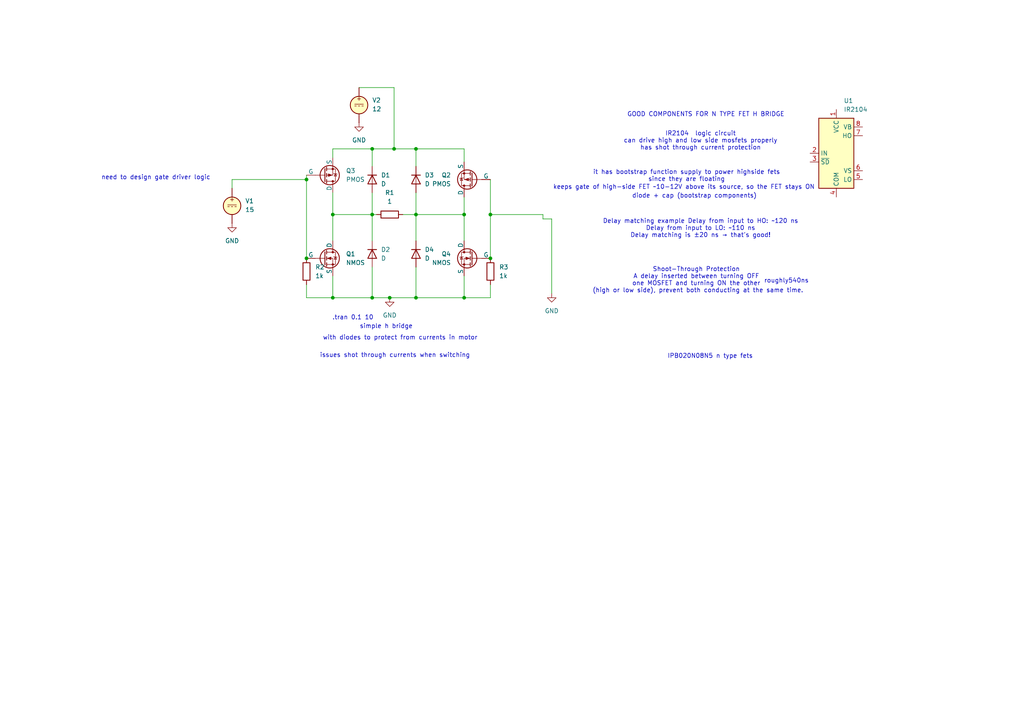
<source format=kicad_sch>
(kicad_sch (version 20250114) (generator "eeschema") (generator_version "9.0")
  (paper "A4")
  (lib_symbols
    (symbol "Device:D" (pin_numbers (hide yes)) (pin_names (offset 1.016) (hide yes))
      (property "Reference" "D" (at 0 2.54 0))
      (property "Value" "D" (at 0 -2.54 0))
      (symbol "D_0_1"
        (polyline (pts (xy -1.27 1.27) (xy -1.27 -1.27)) (stroke (width 0.254)))
        (polyline (pts (xy 1.27 1.27) (xy 1.27 -1.27) (xy -1.27 0) (xy 1.27 1.27)) (stroke (width 0.254)))
        (polyline (pts (xy 1.27 0) (xy -1.27 0)))
      )
      (symbol "D_1_1"
        (pin passive line (at -3.81 0 0) (length 2.54) (name "K") (number "1"))
        (pin passive line (at 3.81 0 180) (length 2.54) (name "A") (number "2"))
      )
    )
    (symbol "Device:R" (pin_numbers (hide yes)) (pin_names (offset 0))
      (property "Reference" "R" (at 2.032 0 90))
      (property "Value" "R" (at 0 0 90))
      (symbol "R_0_1"
        (rectangle (start -1.016 -2.54) (end 1.016 2.54) (stroke (width 0.254)))
      )
      (symbol "R_1_1"
        (pin passive line (at 0 3.81 270) (length 1.27) (name "~") (number "1"))
        (pin passive line (at 0 -3.81 90) (length 1.27) (name "~") (number "2"))
      )
    )
    (symbol "Driver_FET:IR2104"
      (property "Reference" "U" (at 1.27 13.335 0))
      (property "Value" "IR2104" (at 1.27 11.43 0))
      (symbol "IR2104_0_1"
        (rectangle (start -5.08 -10.16) (end 5.08 10.16) (stroke (width 0.254)) (fill (type background)))
      )
      (symbol "IR2104_1_1"
        (pin input line (at -7.62 0 0) (length 2.54) (name "IN") (number "2"))
        (pin input line (at -7.62 -2.54 0) (length 2.54) (name "~{SD}") (number "3"))
        (pin power_in line (at 0 12.7 270) (length 2.54) (name "VCC") (number "1"))
        (pin power_in line (at 0 -12.7 90) (length 2.54) (name "COM") (number "4"))
        (pin passive line (at 7.62 7.62 180) (length 2.54) (name "VB") (number "8"))
        (pin output line (at 7.62 5.08 180) (length 2.54) (name "HO") (number "7"))
        (pin passive line (at 7.62 -5.08 180) (length 2.54) (name "VS") (number "6"))
        (pin output line (at 7.62 -7.62 180) (length 2.54) (name "LO") (number "5"))
      )
    )
    (symbol "Simulation_SPICE:NMOS" (pin_numbers (hide yes)) (pin_names (offset 0))
      (property "Reference" "Q" (at 5.08 1.27 0))
      (property "Value" "NMOS" (at 5.08 -1.27 0))
      (symbol "NMOS_0_1"
        (polyline (pts (xy 0.254 1.905) (xy 0.254 -1.905)) (stroke (width 0.254)))
        (polyline (pts (xy 0.254 0) (xy -2.54 0)))
        (polyline (pts (xy 0.762 2.286) (xy 0.762 1.27)) (stroke (width 0.254)))
        (polyline (pts (xy 0.762 0.508) (xy 0.762 -0.508)) (stroke (width 0.254)))
        (polyline (pts (xy 0.762 -1.27) (xy 0.762 -2.286)) (stroke (width 0.254)))
        (polyline (pts (xy 0.762 -1.778) (xy 3.302 -1.778) (xy 3.302 1.778) (xy 0.762 1.778)))
        (polyline (pts (xy 1.016 0) (xy 2.032 0.381) (xy 2.032 -0.381) (xy 1.016 0)) (fill (type outline)))
        (circle (center 1.651 0) (radius 2.794) (stroke (width 0.254)))
        (polyline (pts (xy 2.54 2.54) (xy 2.54 1.778)))
        (circle (center 2.54 1.778) (radius 0.254) (fill (type outline)))
        (circle (center 2.54 -1.778) (radius 0.254) (fill (type outline)))
        (polyline (pts (xy 2.54 -2.54) (xy 2.54 0) (xy 0.762 0)))
        (polyline (pts (xy 2.794 0.508) (xy 2.921 0.381) (xy 3.683 0.381) (xy 3.81 0.254)))
        (polyline (pts (xy 3.302 0.381) (xy 2.921 -0.254) (xy 3.683 -0.254) (xy 3.302 0.381)))
      )
      (symbol "NMOS_1_1"
        (pin input line (at -5.08 0 0) (length 2.54) (name "G") (number "2"))
        (pin passive line (at 2.54 5.08 270) (length 2.54) (name "D") (number "1"))
        (pin passive line (at 2.54 -5.08 90) (length 2.54) (name "S") (number "3"))
      )
    )
    (symbol "Simulation_SPICE:PMOS" (pin_numbers (hide yes)) (pin_names (offset 0))
      (property "Reference" "Q" (at 5.08 1.27 0))
      (property "Value" "PMOS" (at 5.08 -1.27 0))
      (symbol "PMOS_0_1"
        (polyline (pts (xy 0.254 1.905) (xy 0.254 -1.905)) (stroke (width 0.254)))
        (polyline (pts (xy 0.254 0) (xy -2.54 0)))
        (polyline (pts (xy 0.762 2.286) (xy 0.762 1.27)) (stroke (width 0.254)))
        (polyline (pts (xy 0.762 1.778) (xy 3.302 1.778) (xy 3.302 -1.778) (xy 0.762 -1.778)))
        (polyline (pts (xy 0.762 0.508) (xy 0.762 -0.508)) (stroke (width 0.254)))
        (polyline (pts (xy 0.762 -1.27) (xy 0.762 -2.286)) (stroke (width 0.254)))
        (circle (center 1.651 0) (radius 2.794) (stroke (width 0.254)))
        (polyline (pts (xy 2.286 0) (xy 1.27 0.381) (xy 1.27 -0.381) (xy 2.286 0)) (fill (type outline)))
        (polyline (pts (xy 2.54 2.54) (xy 2.54 1.778)))
        (circle (center 2.54 1.778) (radius 0.254) (fill (type outline)))
        (circle (center 2.54 -1.778) (radius 0.254) (fill (type outline)))
        (polyline (pts (xy 2.54 -2.54) (xy 2.54 0) (xy 0.762 0)))
        (polyline (pts (xy 2.794 -0.508) (xy 2.921 -0.381) (xy 3.683 -0.381) (xy 3.81 -0.254)))
        (polyline (pts (xy 3.302 -0.381) (xy 2.921 0.254) (xy 3.683 0.254) (xy 3.302 -0.381)))
      )
      (symbol "PMOS_1_1"
        (pin input line (at -5.08 0 0) (length 2.54) (name "G") (number "2"))
        (pin passive line (at 2.54 5.08 270) (length 2.54) (name "D") (number "1"))
        (pin passive line (at 2.54 -5.08 90) (length 2.54) (name "S") (number "3"))
      )
    )
    (symbol "Simulation_SPICE:VDC" (pin_numbers (hide yes)) (pin_names (offset 0.0254))
      (property "Reference" "V" (at 2.54 2.54 0))
      (property "Value" "1" (at 2.54 0 0))
      (symbol "VDC_0_0"
        (polyline (pts (xy -1.27 0.254) (xy 1.27 0.254)))
        (polyline (pts (xy -0.762 -0.254) (xy -1.27 -0.254)))
        (polyline (pts (xy 0.254 -0.254) (xy -0.254 -0.254)))
        (polyline (pts (xy 1.27 -0.254) (xy 0.762 -0.254)))
        (text "+" (at 0 1.905 0) (effects (font (size 1.27 1.27))))
      )
      (symbol "VDC_0_1"
        (circle (center 0 0) (radius 2.54) (stroke (width 0.254)) (fill (type background)))
      )
      (symbol "VDC_1_1"
        (pin passive line (at 0 5.08 270) (length 2.54) (name "~") (number "1"))
        (pin passive line (at 0 -5.08 90) (length 2.54) (name "~") (number "2"))
      )
    )
    (symbol "power:GND" (power) (pin_numbers (hide yes)) (pin_names (offset 0) (hide yes))
      (property "Value" "GND" (at 0 -3.81 0))
      (symbol "GND_0_1"
        (polyline (pts (xy 0 0) (xy 0 -1.27) (xy 1.27 -1.27) (xy 0 -2.54) (xy -1.27 -1.27) (xy 0 -1.27)))
      )
      (symbol "GND_1_1"
        (pin power_in line (at 0 0 270) (length 0) (name "~") (number "1"))
      )
    )
  )
  (text "it has bootstrap function supply to power highside fets\nsince they are floating" (at 199.136 51.054 0) (effects (font (size 1.27 1.27))))
  (text "IPB020N08N5 n type fets" (at 205.994 103.378 0) (effects (font (size 1.27 1.27))))
  (text "keeps gate of high-side FET ~10-12V above its source, so the FET stays ON" (at 198.374 54.356 0) (effects (font (size 1.27 1.27))))
  (text "simple h bridge\n" (at 112.014 94.742 0) (effects (font (size 1.27 1.27))))
  (text ".tran 0.1 10" (at 102.362 92.202 0) (effects (font (size 1.27 1.27))))
  (text "roughly540ns" (at 228.092 81.534 0) (effects (font (size 1.27 1.27))))
  (text "Shoot-Through Protection \nA delay inserted between turning OFF \none MOSFET and turning ON the other \n(high or low side), prevent both conducting at the same time." (at 202.438 81.28 0) (effects (font (size 1.27 1.27))))
  (text "diode + cap (bootstrap components)" (at 201.422 56.896 0) (effects (font (size 1.27 1.27))))
  (text "issues shot through currents when switching" (at 114.554 103.124 0) (effects (font (size 1.27 1.27))))
  (text "with diodes to protect from currents in motor" (at 116.078 98.044 0) (effects (font (size 1.27 1.27))))
  (text "Delay matching example Delay from input to HO: ~120 ns\nDelay from input to LO: ~110 ns\nDelay matching is ±20 ns → that's good!\n\n" (at 203.2 67.31 0) (effects (font (size 1.27 1.27))))
  (text "GOOD COMPONENTS FOR N TYPE FET H BRIDGE" (at 204.724 33.274 0) (effects (font (size 1.27 1.27))))
  (text "IR2104  logic circuit\ncan drive high and low side mosfets properly\nhas shot through current protection" (at 203.2 40.894 0) (effects (font (size 1.27 1.27))))
  (text "need to design gate driver logic\n" (at 45.212 51.562 0) (effects (font (size 1.27 1.27))))
  (junction (at 142.24 74.93))
  (junction (at 107.95 43.18))
  (junction (at 107.95 62.23))
  (junction (at 107.95 86.36))
  (junction (at 113.03 86.36))
  (junction (at 96.52 86.36))
  (junction (at 134.62 86.36))
  (junction (at 114.3 43.18))
  (junction (at 120.65 62.23))
  (junction (at 88.9 74.93))
  (junction (at 88.9 52.07))
  (junction (at 96.52 62.23))
  (junction (at 120.65 43.18))
  (junction (at 134.62 62.23))
  (junction (at 142.24 62.23))
  (junction (at 120.65 86.36))
  (wire (pts (xy 96.52 62.23) (xy 96.52 69.85)))
  (wire (pts (xy 96.52 43.18) (xy 107.95 43.18)))
  (wire (pts (xy 142.24 52.07) (xy 142.24 62.23)))
  (wire (pts (xy 142.24 62.23) (xy 157.48 62.23)))
  (wire (pts (xy 96.52 86.36) (xy 96.52 80.01)))
  (wire (pts (xy 120.65 62.23) (xy 134.62 62.23)))
  (wire (pts (xy 107.95 62.23) (xy 107.95 69.85)))
  (wire (pts (xy 120.65 77.47) (xy 120.65 86.36)))
  (wire (pts (xy 67.31 52.07) (xy 67.31 54.61)))
  (wire (pts (xy 114.3 43.18) (xy 120.65 43.18)))
  (wire (pts (xy 107.95 62.23) (xy 109.22 62.23)))
  (wire (pts (xy 120.65 86.36) (xy 134.62 86.36)))
  (wire (pts (xy 107.95 55.88) (xy 107.95 62.23)))
  (wire (pts (xy 107.95 86.36) (xy 113.03 86.36)))
  (wire (pts (xy 142.24 82.55) (xy 142.24 86.36)))
  (wire (pts (xy 113.03 86.36) (xy 120.65 86.36)))
  (wire (pts (xy 88.9 86.36) (xy 96.52 86.36)))
  (wire (pts (xy 96.52 62.23) (xy 107.95 62.23)))
  (wire (pts (xy 160.02 63.5) (xy 160.02 85.09)))
  (wire (pts (xy 120.65 62.23) (xy 120.65 69.85)))
  (wire (pts (xy 96.52 55.88) (xy 96.52 62.23)))
  (wire (pts (xy 88.9 50.8) (xy 88.9 52.07)))
  (wire (pts (xy 116.84 62.23) (xy 120.65 62.23)))
  (wire (pts (xy 157.48 62.23) (xy 157.48 63.5)))
  (wire (pts (xy 114.3 25.4) (xy 114.3 43.18)))
  (wire (pts (xy 96.52 86.36) (xy 107.95 86.36)))
  (wire (pts (xy 107.95 43.18) (xy 107.95 48.26)))
  (wire (pts (xy 160.02 63.5) (xy 157.48 63.5)))
  (wire (pts (xy 142.24 62.23) (xy 142.24 74.93)))
  (wire (pts (xy 134.62 86.36) (xy 134.62 80.01)))
  (wire (pts (xy 142.24 86.36) (xy 134.62 86.36)))
  (wire (pts (xy 120.65 55.88) (xy 120.65 62.23)))
  (wire (pts (xy 67.31 52.07) (xy 88.9 52.07)))
  (wire (pts (xy 96.52 43.18) (xy 96.52 45.72)))
  (wire (pts (xy 104.14 25.4) (xy 114.3 25.4)))
  (wire (pts (xy 120.65 43.18) (xy 120.65 48.26)))
  (wire (pts (xy 134.62 43.18) (xy 134.62 46.99)))
  (wire (pts (xy 107.95 77.47) (xy 107.95 86.36)))
  (wire (pts (xy 88.9 82.55) (xy 88.9 86.36)))
  (wire (pts (xy 107.95 43.18) (xy 114.3 43.18)))
  (wire (pts (xy 120.65 43.18) (xy 134.62 43.18)))
  (wire (pts (xy 134.62 57.15) (xy 134.62 62.23)))
  (wire (pts (xy 88.9 52.07) (xy 88.9 74.93)))
  (wire (pts (xy 134.62 62.23) (xy 134.62 69.85)))
  (symbol (lib_id "power:GND") (at 160.02 85.09 0) (unit 1)
    (property "Reference" "#PWR04" (effects (hide yes)))
    (property "Value" "GND" (at 160.02 90.17 0))
    (property "Description" "Power symbol creates a global label with name \"GND\" , ground" (effects (hide yes)))
  )
  (symbol (lib_id "Device:D") (at 107.95 52.07 270) (unit 1)
    (property "Reference" "D1" (at 110.49 50.7999 90) (effects (justify left)))
    (property "Value" "D" (at 110.49 53.3399 90) (effects (justify left)))
    (property "Description" "Diode" (effects (hide yes)))
    (property "Sim.Device" "D" (effects (hide yes)))
    (property "Sim.Pins" "1=K 2=A" (effects (hide yes)))
  )
  (symbol (lib_id "Simulation_SPICE:PMOS") (at 93.98 50.8 0) (mirror x) (unit 1)
    (property "Reference" "Q3" (at 100.33 49.5299 0) (effects (justify left)))
    (property "Value" "PMOS" (at 100.33 52.0699 0) (effects (justify left)))
    (property "Datasheet" "https://ngspice.sourceforge.io/docs/ngspice-html-manual/manual.xhtml#cha_MOSFETs" (effects (hide yes)))
    (property "Description" "P-MOSFET transistor, drain/source/gate" (effects (hide yes)))
    (property "Sim.Device" "PMOS" (effects (hide yes)))
    (property "Sim.Type" "VDMOS" (effects (hide yes)))
    (property "Sim.Pins" "1=D 2=G 3=S" (effects (hide yes)))
  )
  (symbol (lib_id "Simulation_SPICE:VDC") (at 104.14 30.48 0) (unit 1)
    (property "Reference" "V2" (at 107.95 29.0801 0) (effects (justify left)))
    (property "Value" "12" (at 107.95 31.6201 0) (effects (justify left)))
    (property "Datasheet" "https://ngspice.sourceforge.io/docs/ngspice-html-manual/manual.xhtml#sec_Independent_Sources_for" (effects (hide yes)))
    (property "Description" "Voltage source, DC" (effects (hide yes)))
    (property "Sim.Pins" "1=+ 2=-" (effects (hide yes)))
    (property "Sim.Type" "DC" (effects (hide yes)))
    (property "Sim.Device" "V" (effects (hide yes)))
  )
  (symbol (lib_id "power:GND") (at 67.31 64.77 0) (unit 1)
    (property "Reference" "#PWR03" (effects (hide yes)))
    (property "Value" "GND" (at 67.31 69.85 0))
    (property "Description" "Power symbol creates a global label with name \"GND\" , ground" (effects (hide yes)))
  )
  (symbol (lib_id "Simulation_SPICE:VDC") (at 67.31 59.69 0) (unit 1)
    (property "Reference" "V1" (at 71.12 58.2901 0) (effects (justify left)))
    (property "Value" "15" (at 71.12 60.8301 0) (effects (justify left)))
    (property "Datasheet" "https://ngspice.sourceforge.io/docs/ngspice-html-manual/manual.xhtml#sec_Independent_Sources_for" (effects (hide yes)))
    (property "Description" "Voltage source, DC" (effects (hide yes)))
    (property "Sim.Pins" "1=+ 2=-" (effects (hide yes)))
    (property "Sim.Type" "DC" (effects (hide yes)))
    (property "Sim.Device" "V" (effects (hide yes)))
  )
  (symbol (lib_id "Device:D") (at 120.65 52.07 270) (unit 1)
    (property "Reference" "D3" (at 123.19 50.7999 90) (effects (justify left)))
    (property "Value" "D" (at 123.19 53.3399 90) (effects (justify left)))
    (property "Description" "Diode" (effects (hide yes)))
    (property "Sim.Device" "D" (effects (hide yes)))
    (property "Sim.Pins" "1=K 2=A" (effects (hide yes)))
  )
  (symbol (lib_id "Driver_FET:IR2104") (at 242.57 44.45 0) (unit 1) (exclude_from_sim yes)
    (property "Reference" "U1" (at 244.7133 29.21 0) (effects (justify left)))
    (property "Value" "IR2104" (at 244.7133 31.75 0) (effects (justify left)))
    (property "Datasheet" "https://www.infineon.com/dgdl/ir2104.pdf?fileId=5546d462533600a4015355c7c1c31671" (effects (hide yes)))
    (property "Description" "Half-Bridge Driver, 600V, 210/360mA, PDIP-8/SOIC-8" (effects (hide yes)))
  )
  (symbol (lib_id "Device:D") (at 120.65 73.66 270) (unit 1)
    (property "Reference" "D4" (at 123.19 72.3899 90) (effects (justify left)))
    (property "Value" "D" (at 123.19 74.9299 90) (effects (justify left)))
    (property "Description" "Diode" (effects (hide yes)))
    (property "Sim.Device" "D" (effects (hide yes)))
    (property "Sim.Pins" "1=K 2=A" (effects (hide yes)))
  )
  (symbol (lib_id "Simulation_SPICE:NMOS") (at 137.16 74.93 0) (mirror y) (unit 1)
    (property "Reference" "Q4" (at 130.81 73.6599 0) (effects (justify left)))
    (property "Value" "NMOS" (at 130.81 76.1999 0) (effects (justify left)))
    (property "Datasheet" "https://ngspice.sourceforge.io/docs/ngspice-html-manual/manual.xhtml#cha_MOSFETs" (effects (hide yes)))
    (property "Description" "N-MOSFET transistor, drain/source/gate" (effects (hide yes)))
    (property "Sim.Device" "NMOS" (effects (hide yes)))
    (property "Sim.Type" "VDMOS" (effects (hide yes)))
    (property "Sim.Pins" "1=D 2=G 3=S" (effects (hide yes)))
  )
  (symbol (lib_id "power:GND") (at 113.03 86.36 0) (unit 1)
    (property "Reference" "#PWR02" (effects (hide yes)))
    (property "Value" "GND" (at 113.03 91.44 0))
    (property "Description" "Power symbol creates a global label with name \"GND\" , ground" (effects (hide yes)))
  )
  (symbol (lib_id "Device:R") (at 142.24 78.74 180) (unit 1)
    (property "Reference" "R3" (at 144.78 77.4699 0) (effects (justify right)))
    (property "Value" "1k" (at 144.78 80.0099 0) (effects (justify right)))
    (property "Description" "Resistor" (effects (hide yes)))
  )
  (symbol (lib_id "Device:D") (at 107.95 73.66 270) (unit 1)
    (property "Reference" "D2" (at 110.49 72.3899 90) (effects (justify left)))
    (property "Value" "D" (at 110.49 74.9299 90) (effects (justify left)))
    (property "Description" "Diode" (effects (hide yes)))
    (property "Sim.Device" "D" (effects (hide yes)))
    (property "Sim.Pins" "1=K 2=A" (effects (hide yes)))
  )
  (symbol (lib_id "Device:R") (at 113.03 62.23 90) (unit 1)
    (property "Reference" "R1" (at 113.03 55.88 90))
    (property "Value" "1" (at 113.03 58.42 90))
    (property "Description" "Resistor" (effects (hide yes)))
  )
  (symbol (lib_id "Simulation_SPICE:PMOS") (at 137.16 52.07 180) (unit 1)
    (property "Reference" "Q2" (at 130.81 50.7999 0) (effects (justify left)))
    (property "Value" "PMOS" (at 130.81 53.3399 0) (effects (justify left)))
    (property "Datasheet" "https://ngspice.sourceforge.io/docs/ngspice-html-manual/manual.xhtml#cha_MOSFETs" (effects (hide yes)))
    (property "Description" "P-MOSFET transistor, drain/source/gate" (effects (hide yes)))
    (property "Sim.Device" "PMOS" (effects (hide yes)))
    (property "Sim.Type" "VDMOS" (effects (hide yes)))
    (property "Sim.Pins" "1=D 2=G 3=S" (effects (hide yes)))
  )
  (symbol (lib_id "Simulation_SPICE:NMOS") (at 93.98 74.93 0) (unit 1)
    (property "Reference" "Q1" (at 100.33 73.6599 0) (effects (justify left)))
    (property "Value" "NMOS" (at 100.33 76.1999 0) (effects (justify left)))
    (property "Datasheet" "https://ngspice.sourceforge.io/docs/ngspice-html-manual/manual.xhtml#cha_MOSFETs" (effects (hide yes)))
    (property "Description" "N-MOSFET transistor, drain/source/gate" (effects (hide yes)))
    (property "Sim.Device" "NMOS" (effects (hide yes)))
    (property "Sim.Type" "VDMOS" (effects (hide yes)))
    (property "Sim.Pins" "1=D 2=G 3=S" (effects (hide yes)))
  )
  (symbol (lib_id "Device:R") (at 88.9 78.74 180) (unit 1)
    (property "Reference" "R2" (at 91.44 77.4699 0) (effects (justify right)))
    (property "Value" "1k" (at 91.44 80.0099 0) (effects (justify right)))
    (property "Description" "Resistor" (effects (hide yes)))
  )
  (symbol (lib_id "power:GND") (at 104.14 35.56 0) (unit 1)
    (property "Reference" "#PWR01" (effects (hide yes)))
    (property "Value" "GND" (at 104.14 40.64 0))
    (property "Description" "Power symbol creates a global label with name \"GND\" , ground" (effects (hide yes)))
  )
)
</source>
